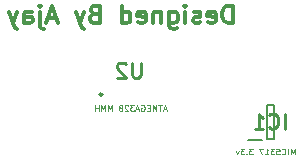
<source format=gbr>
%TF.GenerationSoftware,KiCad,Pcbnew,(5.1.10)-1*%
%TF.CreationDate,2021-12-05T10:22:05+05:30*%
%TF.ProjectId,Libobxis lab,4c69626f-6278-4697-9320-6c61622e6b69,rev?*%
%TF.SameCoordinates,Original*%
%TF.FileFunction,Legend,Bot*%
%TF.FilePolarity,Positive*%
%FSLAX46Y46*%
G04 Gerber Fmt 4.6, Leading zero omitted, Abs format (unit mm)*
G04 Created by KiCad (PCBNEW (5.1.10)-1) date 2021-12-05 10:22:05*
%MOMM*%
%LPD*%
G01*
G04 APERTURE LIST*
%ADD10C,0.300000*%
%ADD11C,0.125000*%
%ADD12C,0.225000*%
%ADD13C,0.200000*%
%ADD14C,0.254000*%
G04 APERTURE END LIST*
D10*
X137027857Y-64813571D02*
X137027857Y-63313571D01*
X136670714Y-63313571D01*
X136456428Y-63385000D01*
X136313571Y-63527857D01*
X136242142Y-63670714D01*
X136170714Y-63956428D01*
X136170714Y-64170714D01*
X136242142Y-64456428D01*
X136313571Y-64599285D01*
X136456428Y-64742142D01*
X136670714Y-64813571D01*
X137027857Y-64813571D01*
X134956428Y-64742142D02*
X135099285Y-64813571D01*
X135385000Y-64813571D01*
X135527857Y-64742142D01*
X135599285Y-64599285D01*
X135599285Y-64027857D01*
X135527857Y-63885000D01*
X135385000Y-63813571D01*
X135099285Y-63813571D01*
X134956428Y-63885000D01*
X134885000Y-64027857D01*
X134885000Y-64170714D01*
X135599285Y-64313571D01*
X134313571Y-64742142D02*
X134170714Y-64813571D01*
X133885000Y-64813571D01*
X133742142Y-64742142D01*
X133670714Y-64599285D01*
X133670714Y-64527857D01*
X133742142Y-64385000D01*
X133885000Y-64313571D01*
X134099285Y-64313571D01*
X134242142Y-64242142D01*
X134313571Y-64099285D01*
X134313571Y-64027857D01*
X134242142Y-63885000D01*
X134099285Y-63813571D01*
X133885000Y-63813571D01*
X133742142Y-63885000D01*
X133027857Y-64813571D02*
X133027857Y-63813571D01*
X133027857Y-63313571D02*
X133099285Y-63385000D01*
X133027857Y-63456428D01*
X132956428Y-63385000D01*
X133027857Y-63313571D01*
X133027857Y-63456428D01*
X131670714Y-63813571D02*
X131670714Y-65027857D01*
X131742142Y-65170714D01*
X131813571Y-65242142D01*
X131956428Y-65313571D01*
X132170714Y-65313571D01*
X132313571Y-65242142D01*
X131670714Y-64742142D02*
X131813571Y-64813571D01*
X132099285Y-64813571D01*
X132242142Y-64742142D01*
X132313571Y-64670714D01*
X132385000Y-64527857D01*
X132385000Y-64099285D01*
X132313571Y-63956428D01*
X132242142Y-63885000D01*
X132099285Y-63813571D01*
X131813571Y-63813571D01*
X131670714Y-63885000D01*
X130956428Y-63813571D02*
X130956428Y-64813571D01*
X130956428Y-63956428D02*
X130885000Y-63885000D01*
X130742142Y-63813571D01*
X130527857Y-63813571D01*
X130385000Y-63885000D01*
X130313571Y-64027857D01*
X130313571Y-64813571D01*
X129027857Y-64742142D02*
X129170714Y-64813571D01*
X129456428Y-64813571D01*
X129599285Y-64742142D01*
X129670714Y-64599285D01*
X129670714Y-64027857D01*
X129599285Y-63885000D01*
X129456428Y-63813571D01*
X129170714Y-63813571D01*
X129027857Y-63885000D01*
X128956428Y-64027857D01*
X128956428Y-64170714D01*
X129670714Y-64313571D01*
X127670714Y-64813571D02*
X127670714Y-63313571D01*
X127670714Y-64742142D02*
X127813571Y-64813571D01*
X128099285Y-64813571D01*
X128242142Y-64742142D01*
X128313571Y-64670714D01*
X128385000Y-64527857D01*
X128385000Y-64099285D01*
X128313571Y-63956428D01*
X128242142Y-63885000D01*
X128099285Y-63813571D01*
X127813571Y-63813571D01*
X127670714Y-63885000D01*
X125313571Y-64027857D02*
X125099285Y-64099285D01*
X125027857Y-64170714D01*
X124956428Y-64313571D01*
X124956428Y-64527857D01*
X125027857Y-64670714D01*
X125099285Y-64742142D01*
X125242142Y-64813571D01*
X125813571Y-64813571D01*
X125813571Y-63313571D01*
X125313571Y-63313571D01*
X125170714Y-63385000D01*
X125099285Y-63456428D01*
X125027857Y-63599285D01*
X125027857Y-63742142D01*
X125099285Y-63885000D01*
X125170714Y-63956428D01*
X125313571Y-64027857D01*
X125813571Y-64027857D01*
X124456428Y-63813571D02*
X124099285Y-64813571D01*
X123742142Y-63813571D02*
X124099285Y-64813571D01*
X124242142Y-65170714D01*
X124313571Y-65242142D01*
X124456428Y-65313571D01*
X122099285Y-64385000D02*
X121385000Y-64385000D01*
X122242142Y-64813571D02*
X121742142Y-63313571D01*
X121242142Y-64813571D01*
X120742142Y-63813571D02*
X120742142Y-65099285D01*
X120813571Y-65242142D01*
X120956428Y-65313571D01*
X121027857Y-65313571D01*
X120742142Y-63313571D02*
X120813571Y-63385000D01*
X120742142Y-63456428D01*
X120670714Y-63385000D01*
X120742142Y-63313571D01*
X120742142Y-63456428D01*
X119385000Y-64813571D02*
X119385000Y-64027857D01*
X119456428Y-63885000D01*
X119599285Y-63813571D01*
X119885000Y-63813571D01*
X120027857Y-63885000D01*
X119385000Y-64742142D02*
X119527857Y-64813571D01*
X119885000Y-64813571D01*
X120027857Y-64742142D01*
X120099285Y-64599285D01*
X120099285Y-64456428D01*
X120027857Y-64313571D01*
X119885000Y-64242142D01*
X119527857Y-64242142D01*
X119385000Y-64170714D01*
X118813571Y-63813571D02*
X118456428Y-64813571D01*
X118099285Y-63813571D02*
X118456428Y-64813571D01*
X118599285Y-65170714D01*
X118670714Y-65242142D01*
X118813571Y-65313571D01*
D11*
X131420809Y-72092333D02*
X131182714Y-72092333D01*
X131468428Y-72235190D02*
X131301761Y-71735190D01*
X131135095Y-72235190D01*
X131039857Y-71735190D02*
X130754142Y-71735190D01*
X130897000Y-72235190D02*
X130897000Y-71735190D01*
X130587476Y-72235190D02*
X130587476Y-71735190D01*
X130420809Y-72092333D01*
X130254142Y-71735190D01*
X130254142Y-72235190D01*
X130016047Y-71973285D02*
X129849380Y-71973285D01*
X129777952Y-72235190D02*
X130016047Y-72235190D01*
X130016047Y-71735190D01*
X129777952Y-71735190D01*
X129301761Y-71759000D02*
X129349380Y-71735190D01*
X129420809Y-71735190D01*
X129492238Y-71759000D01*
X129539857Y-71806619D01*
X129563666Y-71854238D01*
X129587476Y-71949476D01*
X129587476Y-72020904D01*
X129563666Y-72116142D01*
X129539857Y-72163761D01*
X129492238Y-72211380D01*
X129420809Y-72235190D01*
X129373190Y-72235190D01*
X129301761Y-72211380D01*
X129277952Y-72187571D01*
X129277952Y-72020904D01*
X129373190Y-72020904D01*
X129087476Y-72092333D02*
X128849380Y-72092333D01*
X129135095Y-72235190D02*
X128968428Y-71735190D01*
X128801761Y-72235190D01*
X128682714Y-71735190D02*
X128373190Y-71735190D01*
X128539857Y-71925666D01*
X128468428Y-71925666D01*
X128420809Y-71949476D01*
X128397000Y-71973285D01*
X128373190Y-72020904D01*
X128373190Y-72139952D01*
X128397000Y-72187571D01*
X128420809Y-72211380D01*
X128468428Y-72235190D01*
X128611285Y-72235190D01*
X128658904Y-72211380D01*
X128682714Y-72187571D01*
X128182714Y-71782809D02*
X128158904Y-71759000D01*
X128111285Y-71735190D01*
X127992238Y-71735190D01*
X127944619Y-71759000D01*
X127920809Y-71782809D01*
X127897000Y-71830428D01*
X127897000Y-71878047D01*
X127920809Y-71949476D01*
X128206523Y-72235190D01*
X127897000Y-72235190D01*
X127611285Y-71949476D02*
X127658904Y-71925666D01*
X127682714Y-71901857D01*
X127706523Y-71854238D01*
X127706523Y-71830428D01*
X127682714Y-71782809D01*
X127658904Y-71759000D01*
X127611285Y-71735190D01*
X127516047Y-71735190D01*
X127468428Y-71759000D01*
X127444619Y-71782809D01*
X127420809Y-71830428D01*
X127420809Y-71854238D01*
X127444619Y-71901857D01*
X127468428Y-71925666D01*
X127516047Y-71949476D01*
X127611285Y-71949476D01*
X127658904Y-71973285D01*
X127682714Y-71997095D01*
X127706523Y-72044714D01*
X127706523Y-72139952D01*
X127682714Y-72187571D01*
X127658904Y-72211380D01*
X127611285Y-72235190D01*
X127516047Y-72235190D01*
X127468428Y-72211380D01*
X127444619Y-72187571D01*
X127420809Y-72139952D01*
X127420809Y-72044714D01*
X127444619Y-71997095D01*
X127468428Y-71973285D01*
X127516047Y-71949476D01*
X126825571Y-72235190D02*
X126825571Y-71735190D01*
X126658904Y-72092333D01*
X126492238Y-71735190D01*
X126492238Y-72235190D01*
X126254142Y-72235190D02*
X126254142Y-71735190D01*
X126087476Y-72092333D01*
X125920809Y-71735190D01*
X125920809Y-72235190D01*
X125682714Y-72235190D02*
X125682714Y-71735190D01*
X125682714Y-71973285D02*
X125397000Y-71973285D01*
X125397000Y-72235190D02*
X125397000Y-71735190D01*
X142291285Y-75918190D02*
X142291285Y-75418190D01*
X142124619Y-75775333D01*
X141957952Y-75418190D01*
X141957952Y-75918190D01*
X141719857Y-75918190D02*
X141719857Y-75418190D01*
X141196047Y-75870571D02*
X141219857Y-75894380D01*
X141291285Y-75918190D01*
X141338904Y-75918190D01*
X141410333Y-75894380D01*
X141457952Y-75846761D01*
X141481761Y-75799142D01*
X141505571Y-75703904D01*
X141505571Y-75632476D01*
X141481761Y-75537238D01*
X141457952Y-75489619D01*
X141410333Y-75442000D01*
X141338904Y-75418190D01*
X141291285Y-75418190D01*
X141219857Y-75442000D01*
X141196047Y-75465809D01*
X140743666Y-75418190D02*
X140981761Y-75418190D01*
X141005571Y-75656285D01*
X140981761Y-75632476D01*
X140934142Y-75608666D01*
X140815095Y-75608666D01*
X140767476Y-75632476D01*
X140743666Y-75656285D01*
X140719857Y-75703904D01*
X140719857Y-75822952D01*
X140743666Y-75870571D01*
X140767476Y-75894380D01*
X140815095Y-75918190D01*
X140934142Y-75918190D01*
X140981761Y-75894380D01*
X141005571Y-75870571D01*
X140553190Y-75418190D02*
X140243666Y-75418190D01*
X140410333Y-75608666D01*
X140338904Y-75608666D01*
X140291285Y-75632476D01*
X140267476Y-75656285D01*
X140243666Y-75703904D01*
X140243666Y-75822952D01*
X140267476Y-75870571D01*
X140291285Y-75894380D01*
X140338904Y-75918190D01*
X140481761Y-75918190D01*
X140529380Y-75894380D01*
X140553190Y-75870571D01*
X139767476Y-75918190D02*
X140053190Y-75918190D01*
X139910333Y-75918190D02*
X139910333Y-75418190D01*
X139957952Y-75489619D01*
X140005571Y-75537238D01*
X140053190Y-75561047D01*
X139600809Y-75418190D02*
X139267476Y-75418190D01*
X139481761Y-75918190D01*
X138743666Y-75418190D02*
X138434142Y-75418190D01*
X138600809Y-75608666D01*
X138529380Y-75608666D01*
X138481761Y-75632476D01*
X138457952Y-75656285D01*
X138434142Y-75703904D01*
X138434142Y-75822952D01*
X138457952Y-75870571D01*
X138481761Y-75894380D01*
X138529380Y-75918190D01*
X138672238Y-75918190D01*
X138719857Y-75894380D01*
X138743666Y-75870571D01*
X138219857Y-75870571D02*
X138196047Y-75894380D01*
X138219857Y-75918190D01*
X138243666Y-75894380D01*
X138219857Y-75870571D01*
X138219857Y-75918190D01*
X138029380Y-75418190D02*
X137719857Y-75418190D01*
X137886523Y-75608666D01*
X137815095Y-75608666D01*
X137767476Y-75632476D01*
X137743666Y-75656285D01*
X137719857Y-75703904D01*
X137719857Y-75822952D01*
X137743666Y-75870571D01*
X137767476Y-75894380D01*
X137815095Y-75918190D01*
X137957952Y-75918190D01*
X138005571Y-75894380D01*
X138029380Y-75870571D01*
X137553190Y-75584857D02*
X137434142Y-75918190D01*
X137315095Y-75584857D01*
D12*
%TO.C,U2*%
X126008000Y-70859000D02*
G75*
G03*
X126008000Y-70859000I-112500J0D01*
G01*
D13*
%TO.C,IC1*%
X139908000Y-74602000D02*
X140508000Y-74602000D01*
X140508000Y-74602000D02*
X140508000Y-71702000D01*
X140508000Y-71702000D02*
X139908000Y-71702000D01*
X139908000Y-71702000D02*
X139908000Y-74602000D01*
X138358000Y-74652000D02*
X139558000Y-74652000D01*
%TO.C,U2*%
D14*
X129237619Y-68138523D02*
X129237619Y-69166619D01*
X129177142Y-69287571D01*
X129116666Y-69348047D01*
X128995714Y-69408523D01*
X128753809Y-69408523D01*
X128632857Y-69348047D01*
X128572380Y-69287571D01*
X128511904Y-69166619D01*
X128511904Y-68138523D01*
X127967619Y-68259476D02*
X127907142Y-68199000D01*
X127786190Y-68138523D01*
X127483809Y-68138523D01*
X127362857Y-68199000D01*
X127302380Y-68259476D01*
X127241904Y-68380428D01*
X127241904Y-68501380D01*
X127302380Y-68682809D01*
X128028095Y-69408523D01*
X127241904Y-69408523D01*
%TO.C,IC1*%
X141447761Y-73726523D02*
X141447761Y-72456523D01*
X140117285Y-73605571D02*
X140177761Y-73666047D01*
X140359190Y-73726523D01*
X140480142Y-73726523D01*
X140661571Y-73666047D01*
X140782523Y-73545095D01*
X140843000Y-73424142D01*
X140903476Y-73182238D01*
X140903476Y-73000809D01*
X140843000Y-72758904D01*
X140782523Y-72637952D01*
X140661571Y-72517000D01*
X140480142Y-72456523D01*
X140359190Y-72456523D01*
X140177761Y-72517000D01*
X140117285Y-72577476D01*
X138907761Y-73726523D02*
X139633476Y-73726523D01*
X139270619Y-73726523D02*
X139270619Y-72456523D01*
X139391571Y-72637952D01*
X139512523Y-72758904D01*
X139633476Y-72819380D01*
%TD*%
M02*

</source>
